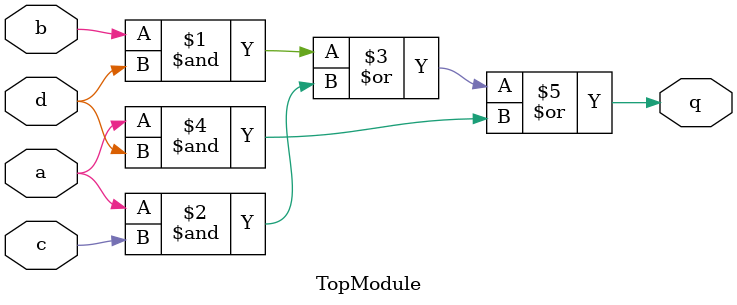
<source format=sv>
module TopModule (
  input a,
  input b,
  input c,
  input d,
  output q
);
assign q = (b & d) | (a & c) | (a & d); 
endmodule

/*
Misinterpretation of Multimodal Data: Waveform
*/

/*
The testbench simulated, but had errors. Please fix the module. The output of iverilog is as follows:
VCD info: dumpfile wave.vcd opened for output.
./Execute_environment/testbench.sv:36: $finish called at 605 (1ps)
Hint: Output 'q' has 7 mismatches. First mismatch occurred at time 50.
Hint: Total mismatched samples is 7 out of 121 samples

Simulation finished at 605 ps
Mismatches: 7 in 121 samples
*/
</source>
